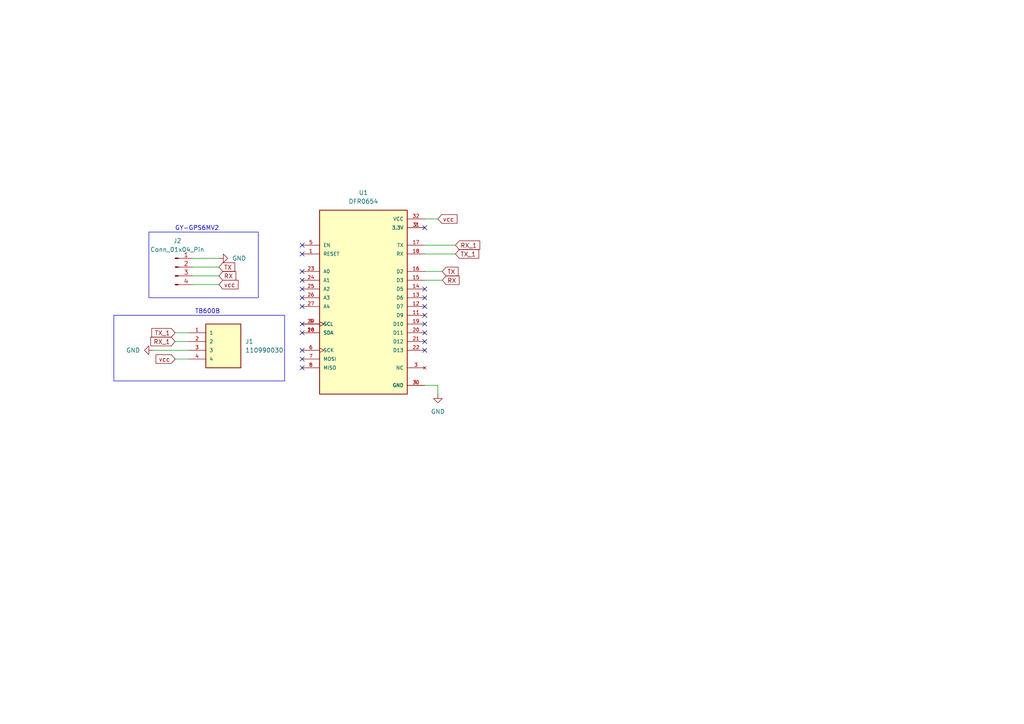
<source format=kicad_sch>
(kicad_sch (version 20250114) (generator "eeschema") (generator_version "9.0")
  (paper "A4")
  (lib_symbols
    (symbol "Connector:Conn_01x04_Pin" (pin_names (offset 1.016) (hide yes))
      (property "Reference" "J" (at 0 5.08 0))
      (property "Value" "Conn_01x04_Pin" (at 0 -7.62 0))
      (symbol "Conn_01x04_Pin_1_1"
        (rectangle (start 0.8636 2.667) (end 0 2.413) (stroke (width 0.1524)) (fill (type outline)))
        (rectangle (start 0.8636 0.127) (end 0 -0.127) (stroke (width 0.1524)) (fill (type outline)))
        (rectangle (start 0.8636 -2.413) (end 0 -2.667) (stroke (width 0.1524)) (fill (type outline)))
        (rectangle (start 0.8636 -4.953) (end 0 -5.207) (stroke (width 0.1524)) (fill (type outline)))
        (polyline (pts (xy 1.27 2.54) (xy 0.8636 2.54)) (stroke (width 0.1524)))
        (polyline (pts (xy 1.27 0) (xy 0.8636 0)) (stroke (width 0.1524)))
        (polyline (pts (xy 1.27 -2.54) (xy 0.8636 -2.54)) (stroke (width 0.1524)))
        (polyline (pts (xy 1.27 -5.08) (xy 0.8636 -5.08)) (stroke (width 0.1524)))
        (pin passive line (at 5.08 2.54 180) (length 3.81) (name "Pin_1") (number "1"))
        (pin passive line (at 5.08 0 180) (length 3.81) (name "Pin_2") (number "2"))
        (pin passive line (at 5.08 -2.54 180) (length 3.81) (name "Pin_3") (number "3"))
        (pin passive line (at 5.08 -5.08 180) (length 3.81) (name "Pin_4") (number "4"))
      )
    )
    (symbol "power:GND" (power) (pin_numbers (hide yes)) (pin_names (offset 0) (hide yes))
      (property "Value" "GND" (at 0 -3.81 0))
      (symbol "GND_0_1"
        (polyline (pts (xy 0 0) (xy 0 -1.27) (xy 1.27 -1.27) (xy 0 -2.54) (xy -1.27 -1.27) (xy 0 -1.27)))
      )
      (symbol "GND_1_1"
        (pin power_in line (at 0 0 270) (length 0) (name "~") (number "1"))
      )
    )
    (symbol "warre:110990030" (pin_names (offset 1.016))
      (property "Reference" "J" (at -5.08 5.842 0))
      (property "Value" "110990030" (at -5.08 -8.382 0))
      (symbol "110990030_0_0"
        (rectangle (start -5.08 -7.62) (end 5.08 5.08) (stroke (width 0.254)) (fill (type background)))
        (pin passive line (at -10.16 2.54 0) (length 5.08) (name "1") (number "1"))
        (pin passive line (at -10.16 0 0) (length 5.08) (name "2") (number "2"))
        (pin passive line (at -10.16 -2.54 0) (length 5.08) (name "3") (number "3"))
        (pin passive line (at -10.16 -5.08 0) (length 5.08) (name "4") (number "4"))
      )
    )
    (symbol "warre:DFR0654" (pin_names (offset 1.016))
      (property "Reference" "U" (at -12.7 26.162 0))
      (property "Value" "DFR0654" (at -12.7 -30.48 0))
      (symbol "DFR0654_0_0"
        (rectangle (start -12.7 -27.94) (end 12.7 25.4) (stroke (width 0.254)) (fill (type background)))
        (pin input line (at -17.78 15.24 0) (length 5.08) (name "EN") (number "5"))
        (pin input line (at -17.78 12.7 0) (length 5.08) (name "RESET") (number "1"))
        (pin input line (at -17.78 7.62 0) (length 5.08) (name "A0") (number "23"))
        (pin input line (at -17.78 5.08 0) (length 5.08) (name "A1") (number "24"))
        (pin input line (at -17.78 2.54 0) (length 5.08) (name "A2") (number "25"))
        (pin input line (at -17.78 0 0) (length 5.08) (name "A3") (number "26"))
        (pin input line (at -17.78 -2.54 0) (length 5.08) (name "A4") (number "27"))
        (pin input clock (at -17.78 -7.62 0) (length 5.08) (name "SCL") (number "29"))
        (pin input clock (at -17.78 -7.62 0) (length 5.08) (name "SCL") (number "9"))
        (pin bidirectional line (at -17.78 -10.16 0) (length 5.08) (name "SDA") (number "10"))
        (pin bidirectional line (at -17.78 -10.16 0) (length 5.08) (name "SDA") (number "28"))
        (pin input clock (at -17.78 -15.24 0) (length 5.08) (name "SCK") (number "6"))
        (pin input line (at -17.78 -17.78 0) (length 5.08) (name "MOSI") (number "7"))
        (pin output line (at -17.78 -20.32 0) (length 5.08) (name "MISO") (number "8"))
        (pin power_in line (at 17.78 22.86 180) (length 5.08) (name "VCC") (number "32"))
        (pin power_in line (at 17.78 20.32 180) (length 5.08) (name "3.3V") (number "2"))
        (pin power_in line (at 17.78 20.32 180) (length 5.08) (name "3.3V") (number "31"))
        (pin output line (at 17.78 15.24 180) (length 5.08) (name "TX") (number "17"))
        (pin input line (at 17.78 12.7 180) (length 5.08) (name "RX") (number "18"))
        (pin bidirectional line (at 17.78 7.62 180) (length 5.08) (name "D2") (number "16"))
        (pin bidirectional line (at 17.78 5.08 180) (length 5.08) (name "D3") (number "15"))
        (pin bidirectional line (at 17.78 2.54 180) (length 5.08) (name "D5") (number "14"))
        (pin bidirectional line (at 17.78 0 180) (length 5.08) (name "D6") (number "13"))
        (pin bidirectional line (at 17.78 -2.54 180) (length 5.08) (name "D7") (number "12"))
        (pin bidirectional line (at 17.78 -5.08 180) (length 5.08) (name "D9") (number "11"))
        (pin bidirectional line (at 17.78 -7.62 180) (length 5.08) (name "D10") (number "19"))
        (pin bidirectional line (at 17.78 -10.16 180) (length 5.08) (name "D11") (number "20"))
        (pin bidirectional line (at 17.78 -12.7 180) (length 5.08) (name "D12") (number "21"))
        (pin bidirectional line (at 17.78 -15.24 180) (length 5.08) (name "D13") (number "22"))
        (pin no_connect line (at 17.78 -20.32 180) (length 5.08) (name "NC") (number "3"))
        (pin power_in line (at 17.78 -25.4 180) (length 5.08) (name "GND") (number "30"))
        (pin power_in line (at 17.78 -25.4 180) (length 5.08) (name "GND") (number "4"))
      )
    )
  )
  (rectangle (start 43.18 67.31) (end 74.93 86.36))
  (rectangle (start 33.02 91.44) (end 82.55 110.49))
  (text "TB600B\n" (at 60.198 90.424 0) (effects (font (size 1.27 1.27))))
  (text "GY-GPS6MV2" (at 57.15 66.294 0) (effects (font (size 1.27 1.27))))
  (no_connect (at 87.63 88.9))
  (no_connect (at 87.63 78.74))
  (no_connect (at 123.19 93.98))
  (no_connect (at 87.63 101.6))
  (no_connect (at 123.19 99.06))
  (no_connect (at 87.63 71.12))
  (no_connect (at 123.19 88.9))
  (no_connect (at 123.19 91.44))
  (no_connect (at 87.63 73.66))
  (no_connect (at 123.19 96.52))
  (no_connect (at 123.19 83.82))
  (no_connect (at 87.63 93.98))
  (no_connect (at 87.63 81.28))
  (no_connect (at 87.63 83.82))
  (no_connect (at 87.63 104.14))
  (no_connect (at 123.19 86.36))
  (no_connect (at 87.63 106.68))
  (no_connect (at 87.63 86.36))
  (no_connect (at 123.19 66.04))
  (no_connect (at 123.19 101.6))
  (no_connect (at 87.63 96.52))
  (wire (pts (xy 55.88 80.01) (xy 63.5 80.01)))
  (wire (pts (xy 54.61 101.6) (xy 44.45 101.6)))
  (wire (pts (xy 50.8 99.06) (xy 54.61 99.06)))
  (wire (pts (xy 50.8 96.52) (xy 54.61 96.52)))
  (wire (pts (xy 123.19 81.28) (xy 128.27 81.28)))
  (wire (pts (xy 55.88 82.55) (xy 63.5 82.55)))
  (wire (pts (xy 123.19 73.66) (xy 132.08 73.66)))
  (wire (pts (xy 55.88 74.93) (xy 63.5 74.93)))
  (wire (pts (xy 55.88 77.47) (xy 63.5 77.47)))
  (wire (pts (xy 123.19 63.5) (xy 127 63.5)))
  (wire (pts (xy 50.8 104.14) (xy 54.61 104.14)))
  (wire (pts (xy 127 114.3) (xy 127 111.76)))
  (wire (pts (xy 123.19 78.74) (xy 128.27 78.74)))
  (wire (pts (xy 123.19 71.12) (xy 132.08 71.12)))
  (wire (pts (xy 127 111.76) (xy 123.19 111.76)))
  (global_label "TX" (shape input) (at 63.5 77.47 0) (property "Intersheetrefs" "${INTERSHEET_REFS}" (effects (hide yes))))
  (global_label "RX_1" (shape input) (at 132.08 71.12 0) (property "Intersheetrefs" "${INTERSHEET_REFS}" (effects (hide yes))))
  (global_label "vcc" (shape input) (at 50.8 104.14 180) (property "Intersheetrefs" "${INTERSHEET_REFS}" (effects (hide yes))))
  (global_label "RX" (shape input) (at 128.27 81.28 0) (property "Intersheetrefs" "${INTERSHEET_REFS}" (effects (hide yes))))
  (global_label "vcc" (shape input) (at 127 63.5 0) (property "Intersheetrefs" "${INTERSHEET_REFS}" (effects (hide yes))))
  (global_label "RX" (shape input) (at 63.5 80.01 0) (property "Intersheetrefs" "${INTERSHEET_REFS}" (effects (hide yes))))
  (global_label "TX" (shape input) (at 128.27 78.74 0) (property "Intersheetrefs" "${INTERSHEET_REFS}" (effects (hide yes))))
  (global_label "TX_1" (shape input) (at 50.8 96.52 180) (property "Intersheetrefs" "${INTERSHEET_REFS}" (effects (hide yes))))
  (global_label "vcc" (shape input) (at 63.5 82.55 0) (property "Intersheetrefs" "${INTERSHEET_REFS}" (effects (hide yes))))
  (global_label "TX_1" (shape input) (at 132.08 73.66 0) (property "Intersheetrefs" "${INTERSHEET_REFS}" (effects (hide yes))))
  (global_label "RX_1" (shape input) (at 50.8 99.06 180) (property "Intersheetrefs" "${INTERSHEET_REFS}" (effects (hide yes))))
  (symbol (lib_id "power:GND") (at 63.5 74.93 90) (unit 1)
    (property "Reference" "#PWR02" (effects (hide yes)))
    (property "Value" "GND" (at 67.31 74.9299 90) (effects (justify right)))
    (property "Description" "Power symbol creates a global label with name \"GND\" , ground" (effects (hide yes)))
  )
  (symbol (lib_id "power:GND") (at 127 114.3 0) (unit 1)
    (property "Reference" "#PWR01" (effects (hide yes)))
    (property "Value" "GND" (at 127 119.38 0))
    (property "Description" "Power symbol creates a global label with name \"GND\" , ground" (effects (hide yes)))
  )
  (symbol (lib_id "warre:110990030") (at 64.77 99.06 0) (unit 1)
    (property "Reference" "J1" (at 71.12 99.0599 0) (effects (justify left)))
    (property "Value" "110990030" (at 71.12 101.5999 0) (effects (justify left)))
    (property "Footprint" "warre:SEEED_110990030" (effects (hide yes)))
    (property "MF" "Seeed Studio" (effects (hide yes)))
    (property "MAXIMUM_PACKAGE_HEIGHT" "8.1mm" (effects (hide yes)))
    (property "Package" "None" (effects (hide yes)))
    (property "Price" "None" (effects (hide yes)))
    (property "Check_prices" "https://www.snapeda.com/parts/110990030%2010PCS/PACK/Seeed+Studio/view-part/?ref=eda" (effects (hide yes)))
    (property "STANDARD" "Manufacturer Recommendations" (effects (hide yes)))
    (property "PARTREV" "A" (effects (hide yes)))
    (property "SnapEDA_Link" "https://www.snapeda.com/parts/110990030%2010PCS/PACK/Seeed+Studio/view-part/?ref=snap" (effects (hide yes)))
    (property "MP" "110990030 10PCS/PACK" (effects (hide yes)))
    (property "Description_1" "Grove - Universal 4 pin connector [Seeed Studio] 110990030 10PCS/PACK Grove - Universal 4 pin connector" (effects (hide yes)))
    (property "Availability" "Not in stock" (effects (hide yes)))
    (property "MANUFACTURER" "Seeed Technology" (effects (hide yes)))
  )
  (symbol (lib_id "Connector:Conn_01x04_Pin") (at 50.8 77.47 0) (unit 1)
    (property "Reference" "J2" (at 51.435 69.85 0))
    (property "Value" "Conn_01x04_Pin" (at 51.435 72.39 0))
    (property "Footprint" "Connector_PinSocket_2.00mm:PinSocket_1x04_P2.00mm_Horizontal" (effects (hide yes)))
    (property "Description" "Generic connector, single row, 01x04, script generated" (effects (hide yes)))
  )
  (symbol (lib_id "warre:DFR0654") (at 105.41 86.36 0) (unit 1)
    (property "Reference" "U1" (at 105.41 55.88 0))
    (property "Value" "DFR0654" (at 105.41 58.42 0))
    (property "Footprint" "warre:MODULE_DFR0654" (effects (hide yes)))
    (property "MF" "DFRobot" (effects (hide yes)))
    (property "Description_1" "ESP32-E ESP32 Transceiver; 802.11 b/g/n/d/e/i/k/r (Wi-Fi, WiFi, WLAN), Bluetooth® Smart 4.x Low Energy (BLE) 2.4GHz ~ 2.5GHz Evaluation Board" (effects (hide yes)))
    (property "Package" "None" (effects (hide yes)))
    (property "Price" "None" (effects (hide yes)))
    (property "Check_prices" "https://www.snapeda.com/parts/DFR0654/DFRobot/view-part/?ref=eda" (effects (hide yes)))
    (property "STANDARD" "Manufacturer Recommendations" (effects (hide yes)))
    (property "SnapEDA_Link" "https://www.snapeda.com/parts/DFR0654/DFRobot/view-part/?ref=snap" (effects (hide yes)))
    (property "MP" "DFR0654" (effects (hide yes)))
    (property "Availability" "In Stock" (effects (hide yes)))
    (property "MANUFACTURER" "DFRobot" (effects (hide yes)))
  )
  (symbol (lib_id "power:GND") (at 44.45 101.6 270) (unit 1)
    (property "Reference" "#PWR03" (effects (hide yes)))
    (property "Value" "GND" (at 40.64 101.5999 90) (effects (justify right)))
    (property "Description" "Power symbol creates a global label with name \"GND\" , ground" (effects (hide yes)))
  )
)
</source>
